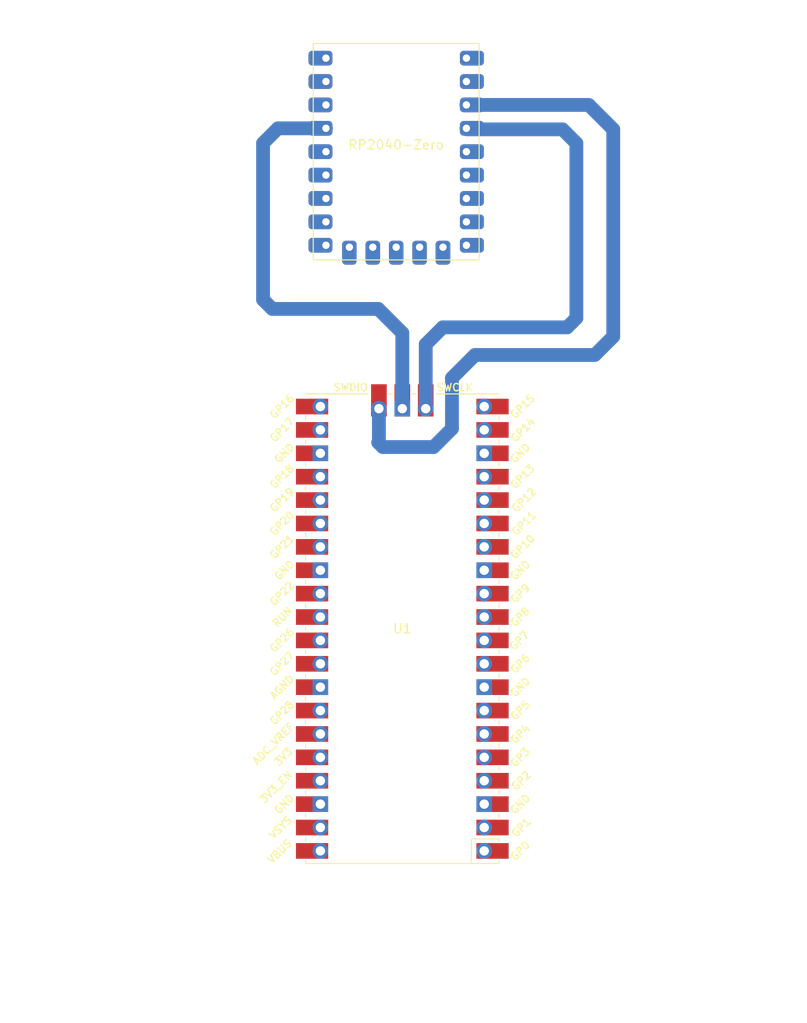
<source format=kicad_pcb>
(kicad_pcb (version 20240108) (generator "pcbnew") (generator_version "8.0")
  (layers (0 "F.Cu" signal) (31 "B.Cu" signal) (34 "B.Paste" user) (35 "F.Paste" user) (36 "B.SilkS" user "B.Silkscreen") (37 "F.SilkS" user "F.Silkscreen") (38 "B.Mask" user) (39 "F.Mask" user) (44 "Edge.Cuts" user))
  (net 0 "")
  (net 24 "/SWDIO")
  (net 83 "/SWCLK")
  (net 91 "GND")
  (footprint "MCU_RaspberryPi_and_Boards:RPi_Pico_SMD_TH" (layer "F.Cu") (at 156.11 137.73 180)
    (property "Reference" "U1" (at 0 0 180) (layer "F.SilkS"))
    (property "Value" "Pico")
    (fp_line (start 10.5 25.5) (end 3.7 25.5) (stroke (width 0.12)) (layer "F.SilkS"))
    (fp_line (start 10.5 22.7) (end 10.5 23.1) (stroke (width 0.12)) (layer "F.SilkS"))
    (fp_line (start 10.5 20.1) (end 10.5 20.5) (stroke (width 0.12)) (layer "F.SilkS"))
    (fp_line (start 10.5 17.6) (end 10.5 18) (stroke (width 0.12)) (layer "F.SilkS"))
    (fp_line (start 10.5 15.1) (end 10.5 15.5) (stroke (width 0.12)) (layer "F.SilkS"))
    (fp_line (start 10.5 12.5) (end 10.5 12.9) (stroke (width 0.12)) (layer "F.SilkS"))
    (fp_line (start 10.5 10) (end 10.5 10.4) (stroke (width 0.12)) (layer "F.SilkS"))
    (fp_line (start 10.5 7.4) (end 10.5 7.8) (stroke (width 0.12)) (layer "F.SilkS"))
    (fp_line (start 10.5 4.9) (end 10.5 5.3) (stroke (width 0.12)) (layer "F.SilkS"))
    (fp_line (start 10.5 2.3) (end 10.5 2.7) (stroke (width 0.12)) (layer "F.SilkS"))
    (fp_line (start 10.5 -0.2) (end 10.5 0.2) (stroke (width 0.12)) (layer "F.SilkS"))
    (fp_line (start 10.5 -2.7) (end 10.5 -2.3) (stroke (width 0.12)) (layer "F.SilkS"))
    (fp_line (start 10.5 -5.3) (end 10.5 -4.9) (stroke (width 0.12)) (layer "F.SilkS"))
    (fp_line (start 10.5 -7.8) (end 10.5 -7.4) (stroke (width 0.12)) (layer "F.SilkS"))
    (fp_line (start 10.5 -10.4) (end 10.5 -10) (stroke (width 0.12)) (layer "F.SilkS"))
    (fp_line (start 10.5 -12.9) (end 10.5 -12.5) (stroke (width 0.12)) (layer "F.SilkS"))
    (fp_line (start 10.5 -15.4) (end 10.5 -15) (stroke (width 0.12)) (layer "F.SilkS"))
    (fp_line (start 10.5 -18) (end 10.5 -17.6) (stroke (width 0.12)) (layer "F.SilkS"))
    (fp_line (start 10.5 -20.5) (end 10.5 -20.1) (stroke (width 0.12)) (layer "F.SilkS"))
    (fp_line (start 10.5 -23.1) (end 10.5 -22.7) (stroke (width 0.12)) (layer "F.SilkS"))
    (fp_line (start 10.5 -25.5) (end 10.5 -25.2) (stroke (width 0.12)) (layer "F.SilkS"))
    (fp_line (start 1.1 25.5) (end 1.5 25.5) (stroke (width 0.12)) (layer "F.SilkS"))
    (fp_line (start -1.5 25.5) (end -1.1 25.5) (stroke (width 0.12)) (layer "F.SilkS"))
    (fp_line (start -3.7 25.5) (end -10.5 25.5) (stroke (width 0.12)) (layer "F.SilkS"))
    (fp_line (start -7.493 -22.833) (end -7.493 -25.5) (stroke (width 0.12)) (layer "F.SilkS"))
    (fp_line (start -10.5 22.7) (end -10.5 23.1) (stroke (width 0.12)) (layer "F.SilkS"))
    (fp_line (start -10.5 20.1) (end -10.5 20.5) (stroke (width 0.12)) (layer "F.SilkS"))
    (fp_line (start -10.5 17.6) (end -10.5 18) (stroke (width 0.12)) (layer "F.SilkS"))
    (fp_line (start -10.5 15.1) (end -10.5 15.5) (stroke (width 0.12)) (layer "F.SilkS"))
    (fp_line (start -10.5 12.5) (end -10.5 12.9) (stroke (width 0.12)) (layer "F.SilkS"))
    (fp_line (start -10.5 10) (end -10.5 10.4) (stroke (width 0.12)) (layer "F.SilkS"))
    (fp_line (start -10.5 7.4) (end -10.5 7.8) (stroke (width 0.12)) (layer "F.SilkS"))
    (fp_line (start -10.5 4.9) (end -10.5 5.3) (stroke (width 0.12)) (layer "F.SilkS"))
    (fp_line (start -10.5 2.3) (end -10.5 2.7) (stroke (width 0.12)) (layer "F.SilkS"))
    (fp_line (start -10.5 -0.2) (end -10.5 0.2) (stroke (width 0.12)) (layer "F.SilkS"))
    (fp_line (start -10.5 -2.7) (end -10.5 -2.3) (stroke (width 0.12)) (layer "F.SilkS"))
    (fp_line (start -10.5 -5.3) (end -10.5 -4.9) (stroke (width 0.12)) (layer "F.SilkS"))
    (fp_line (start -10.5 -7.8) (end -10.5 -7.4) (stroke (width 0.12)) (layer "F.SilkS"))
    (fp_line (start -10.5 -10.4) (end -10.5 -10) (stroke (width 0.12)) (layer "F.SilkS"))
    (fp_line (start -10.5 -12.9) (end -10.5 -12.5) (stroke (width 0.12)) (layer "F.SilkS"))
    (fp_line (start -10.5 -15.4) (end -10.5 -15) (stroke (width 0.12)) (layer "F.SilkS"))
    (fp_line (start -10.5 -18) (end -10.5 -17.6) (stroke (width 0.12)) (layer "F.SilkS"))
    (fp_line (start -10.5 -20.5) (end -10.5 -20.1) (stroke (width 0.12)) (layer "F.SilkS"))
    (fp_line (start -10.5 -22.833) (end -7.493 -22.833) (stroke (width 0.12)) (layer "F.SilkS"))
    (fp_line (start -10.5 -23.1) (end -10.5 -22.7) (stroke (width 0.12)) (layer "F.SilkS"))
    (fp_line (start -10.5 -25.5) (end 10.5 -25.5) (stroke (width 0.12)) (layer "F.SilkS"))
    (fp_line (start -10.5 -25.5) (end -10.5 -25.2) (stroke (width 0.12)) (layer "F.SilkS"))
    (fp_text user "GP15" (at -13.054 24.13 -135) (layer "F.SilkS") (effects (font (size 0.8 0.8))))
    (fp_text user "GND" (at -12.8 -19.05 -135) (layer "F.SilkS") (effects (font (size 0.8 0.8))))
    (fp_text user "GND" (at -12.8 19.05 -135) (layer "F.SilkS") (effects (font (size 0.8 0.8))))
    (fp_text user "3V3_EN" (at 13.7 -17.2 -135) (layer "F.SilkS") (effects (font (size 0.8 0.8))))
    (fp_text user "GND" (at -12.8 6.35 -135) (layer "F.SilkS") (effects (font (size 0.8 0.8))))
    (fp_text user "GND" (at 12.8 6.35 -135) (layer "F.SilkS") (effects (font (size 0.8 0.8))))
    (fp_text user "GND" (at 12.8 -19.05 -135) (layer "F.SilkS") (effects (font (size 0.8 0.8))))
    (fp_text user "GP8" (at -12.8 1.27 -135) (layer "F.SilkS") (effects (font (size 0.8 0.8))))
    (fp_text user "GP6" (at -12.8 -3.81 -135) (layer "F.SilkS") (effects (font (size 0.8 0.8))))
    (fp_text user "GP11" (at -13.2 11.43 -135) (layer "F.SilkS") (effects (font (size 0.8 0.8))))
    (fp_text user "SWDIO" (at 5.6 26.2 180) (layer "F.SilkS") (effects (font (size 0.8 0.8))))
    (fp_text user "VBUS" (at 13.3 -24.2 -135) (layer "F.SilkS") (effects (font (size 0.8 0.8))))
    (fp_text user "GP7" (at -12.7 -1.3 -135) (layer "F.SilkS") (effects (font (size 0.8 0.8))))
    (fp_text user "GP21" (at 13.054 8.9 -135) (layer "F.SilkS") (effects (font (size 0.8 0.8))))
    (fp_text user "GP26" (at 13.054 -1.27 -135) (layer "F.SilkS") (effects (font (size 0.8 0.8))))
    (fp_text user "GP13" (at -13.054 16.51 -135) (layer "F.SilkS") (effects (font (size 0.8 0.8))))
    (fp_text user "ADC_VREF" (at 14 -12.5 -135) (layer "F.SilkS") (effects (font (size 0.8 0.8))))
    (fp_text user "GP16" (at 13.054 24.13 -135) (layer "F.SilkS") (effects (font (size 0.8 0.8))))
    (fp_text user "GP1" (at -12.9 -21.6 -135) (layer "F.SilkS") (effects (font (size 0.8 0.8))))
    (fp_text user "3V3" (at 12.9 -13.9 -135) (layer "F.SilkS") (effects (font (size 0.8 0.8))))
    (fp_text user "RUN" (at 13 1.27 -135) (layer "F.SilkS") (effects (font (size 0.8 0.8))))
    (fp_text user "GP17" (at 13.054 21.59 -135) (layer "F.SilkS") (effects (font (size 0.8 0.8))))
    (fp_text user "GP18" (at 13.054 16.51 -135) (layer "F.SilkS") (effects (font (size 0.8 0.8))))
    (fp_text user "GP10" (at -13.054 8.89 -135) (layer "F.SilkS") (effects (font (size 0.8 0.8))))
    (fp_text user "GP14" (at -13.1 21.59 -135) (layer "F.SilkS") (effects (font (size 0.8 0.8))))
    (fp_text user "AGND" (at 13.054 -6.35 -135) (layer "F.SilkS") (effects (font (size 0.8 0.8))))
    (fp_text user "GP22" (at 13.054 3.81 -135) (layer "F.SilkS") (effects (font (size 0.8 0.8))))
    (fp_text user "GP0" (at -12.8 -24.13 -135) (layer "F.SilkS") (effects (font (size 0.8 0.8))))
    (fp_text user "GP19" (at 13.054 13.97 -135) (layer "F.SilkS") (effects (font (size 0.8 0.8))))
    (fp_text user "SWCLK" (at -5.7 26.2 180) (layer "F.SilkS") (effects (font (size 0.8 0.8))))
    (fp_text user "GP9" (at -12.8 3.81 -135) (layer "F.SilkS") (effects (font (size 0.8 0.8))))
    (fp_text user "GP12" (at -13.2 13.97 -135) (layer "F.SilkS") (effects (font (size 0.8 0.8))))
    (fp_text user "GP4" (at -12.8 -11.43 -135) (layer "F.SilkS") (effects (font (size 0.8 0.8))))
    (fp_text user "GP20" (at 13.054 11.43 -135) (layer "F.SilkS") (effects (font (size 0.8 0.8))))
    (fp_text user "GP3" (at -12.8 -13.97 -135) (layer "F.SilkS") (effects (font (size 0.8 0.8))))
    (fp_text user "GP2" (at -12.9 -16.51 -135) (layer "F.SilkS") (effects (font (size 0.8 0.8))))
    (fp_text user "GND" (at 12.8 19.05 -135) (layer "F.SilkS") (effects (font (size 0.8 0.8))))
    (fp_text user "VSYS" (at 13.2 -21.59 -135) (layer "F.SilkS") (effects (font (size 0.8 0.8))))
    (fp_text user "GND" (at -12.8 -6.35 -135) (layer "F.SilkS") (effects (font (size 0.8 0.8))))
    (fp_text user "GP27" (at 13.054 -3.8 -135) (layer "F.SilkS") (effects (font (size 0.8 0.8))))
    (fp_text user "GP28" (at 13.054 -9.144 -135) (layer "F.SilkS") (effects (font (size 0.8 0.8))))
    (fp_text user "GP5" (at -12.8 -8.89 -135) (layer "F.SilkS") (effects (font (size 0.8 0.8))))
    (pad "" np_thru_hole oval (at -2.725 -24 180) (size 1.8 1.8) (drill 1.8) (layers "*.Cu" "*.Mask"))
    (pad "" np_thru_hole oval (at -2.425 -20.97 180) (size 1.5 1.5) (drill 1.5) (layers "*.Cu" "*.Mask"))
    (pad "" np_thru_hole oval (at 2.425 -20.97 180) (size 1.5 1.5) (drill 1.5) (layers "*.Cu" "*.Mask"))
    (pad "" np_thru_hole oval (at 2.725 -24 180) (size 1.8 1.8) (drill 1.8) (layers "*.Cu" "*.Mask"))
    (pad "1" thru_hole oval (at -8.89 -24.13 180) (size 1.7 1.7) (drill 1.02) (layers "*.Cu" "*.Mask"))
    (pad "1" smd rect (at -8.89 -24.13 180) (size 3.5 1.7) (drill (offset -0.9 0)) (layers "F.Cu" "F.Mask"))
    (pad "2" thru_hole oval (at -8.89 -21.59 180) (size 1.7 1.7) (drill 1.02) (layers "*.Cu" "*.Mask"))
    (pad "2" smd rect (at -8.89 -21.59 180) (size 3.5 1.7) (drill (offset -0.9 0)) (layers "F.Cu" "F.Mask"))
    (pad "3" thru_hole rect (at -8.89 -19.05 180) (size 1.7 1.7) (drill 1.02) (layers "*.Cu" "*.Mask"))
    (pad "3" smd rect (at -8.89 -19.05 180) (size 3.5 1.7) (drill (offset -0.9 0)) (layers "F.Cu" "F.Mask"))
    (pad "4" thru_hole oval (at -8.89 -16.51 180) (size 1.7 1.7) (drill 1.02) (layers "*.Cu" "*.Mask"))
    (pad "4" smd rect (at -8.89 -16.51 180) (size 3.5 1.7) (drill (offset -0.9 0)) (layers "F.Cu" "F.Mask"))
    (pad "5" thru_hole oval (at -8.89 -13.97 180) (size 1.7 1.7) (drill 1.02) (layers "*.Cu" "*.Mask"))
    (pad "5" smd rect (at -8.89 -13.97 180) (size 3.5 1.7) (drill (offset -0.9 0)) (layers "F.Cu" "F.Mask"))
    (pad "6" thru_hole oval (at -8.89 -11.43 180) (size 1.7 1.7) (drill 1.02) (layers "*.Cu" "*.Mask"))
    (pad "6" smd rect (at -8.89 -11.43 180) (size 3.5 1.7) (drill (offset -0.9 0)) (layers "F.Cu" "F.Mask"))
    (pad "7" thru_hole oval (at -8.89 -8.89 180) (size 1.7 1.7) (drill 1.02) (layers "*.Cu" "*.Mask"))
    (pad "7" smd rect (at -8.89 -8.89 180) (size 3.5 1.7) (drill (offset -0.9 0)) (layers "F.Cu" "F.Mask"))
    (pad "8" thru_hole rect (at -8.89 -6.35 180) (size 1.7 1.7) (drill 1.02) (layers "*.Cu" "*.Mask"))
    (pad "8" smd rect (at -8.89 -6.35 180) (size 3.5 1.7) (drill (offset -0.9 0)) (layers "F.Cu" "F.Mask"))
    (pad "9" thru_hole oval (at -8.89 -3.81 180) (size 1.7 1.7) (drill 1.02) (layers "*.Cu" "*.Mask"))
    (pad "9" smd rect (at -8.89 -3.81 180) (size 3.5 1.7) (drill (offset -0.9 0)) (layers "F.Cu" "F.Mask"))
    (pad "10" thru_hole oval (at -8.89 -1.27 180) (size 1.7 1.7) (drill 1.02) (layers "*.Cu" "*.Mask"))
    (pad "10" smd rect (at -8.89 -1.27 180) (size 3.5 1.7) (drill (offset -0.9 0)) (layers "F.Cu" "F.Mask"))
    (pad "11" thru_hole oval (at -8.89 1.27 180) (size 1.7 1.7) (drill 1.02) (layers "*.Cu" "*.Mask"))
    (pad "11" smd rect (at -8.89 1.27 180) (size 3.5 1.7) (drill (offset -0.9 0)) (layers "F.Cu" "F.Mask"))
    (pad "12" thru_hole oval (at -8.89 3.81 180) (size 1.7 1.7) (drill 1.02) (layers "*.Cu" "*.Mask"))
    (pad "12" smd rect (at -8.89 3.81 180) (size 3.5 1.7) (drill (offset -0.9 0)) (layers "F.Cu" "F.Mask"))
    (pad "13" thru_hole rect (at -8.89 6.35 180) (size 1.7 1.7) (drill 1.02) (layers "*.Cu" "*.Mask"))
    (pad "13" smd rect (at -8.89 6.35 180) (size 3.5 1.7) (drill (offset -0.9 0)) (layers "F.Cu" "F.Mask"))
    (pad "14" thru_hole oval (at -8.89 8.89 180) (size 1.7 1.7) (drill 1.02) (layers "*.Cu" "*.Mask"))
    (pad "14" smd rect (at -8.89 8.89 180) (size 3.5 1.7) (drill (offset -0.9 0)) (layers "F.Cu" "F.Mask"))
    (pad "15" thru_hole oval (at -8.89 11.43 180) (size 1.7 1.7) (drill 1.02) (layers "*.Cu" "*.Mask"))
    (pad "15" smd rect (at -8.89 11.43 180) (size 3.5 1.7) (drill (offset -0.9 0)) (layers "F.Cu" "F.Mask"))
    (pad "16" thru_hole oval (at -8.89 13.97 180) (size 1.7 1.7) (drill 1.02) (layers "*.Cu" "*.Mask"))
    (pad "16" smd rect (at -8.89 13.97 180) (size 3.5 1.7) (drill (offset -0.9 0)) (layers "F.Cu" "F.Mask"))
    (pad "17" thru_hole oval (at -8.89 16.51 180) (size 1.7 1.7) (drill 1.02) (layers "*.Cu" "*.Mask"))
    (pad "17" smd rect (at -8.89 16.51 180) (size 3.5 1.7) (drill (offset -0.9 0)) (layers "F.Cu" "F.Mask"))
    (pad "18" thru_hole rect (at -8.89 19.05 180) (size 1.7 1.7) (drill 1.02) (layers "*.Cu" "*.Mask"))
    (pad "18" smd rect (at -8.89 19.05 180) (size 3.5 1.7) (drill (offset -0.9 0)) (layers "F.Cu" "F.Mask"))
    (pad "19" thru_hole oval (at -8.89 21.59 180) (size 1.7 1.7) (drill 1.02) (layers "*.Cu" "*.Mask"))
    (pad "19" smd rect (at -8.89 21.59 180) (size 3.5 1.7) (drill (offset -0.9 0)) (layers "F.Cu" "F.Mask"))
    (pad "20" thru_hole oval (at -8.89 24.13 180) (size 1.7 1.7) (drill 1.02) (layers "*.Cu" "*.Mask"))
    (pad "20" smd rect (at -8.89 24.13 180) (size 3.5 1.7) (drill (offset -0.9 0)) (layers "F.Cu" "F.Mask"))
    (pad "21" thru_hole oval (at 8.89 24.13 180) (size 1.7 1.7) (drill 1.02) (layers "*.Cu" "*.Mask"))
    (pad "21" smd rect (at 8.89 24.13 180) (size 3.5 1.7) (drill (offset 0.9 0)) (layers "F.Cu" "F.Mask"))
    (pad "22" thru_hole oval (at 8.89 21.59 180) (size 1.7 1.7) (drill 1.02) (layers "*.Cu" "*.Mask"))
    (pad "22" smd rect (at 8.89 21.59 180) (size 3.5 1.7) (drill (offset 0.9 0)) (layers "F.Cu" "F.Mask"))
    (pad "23" thru_hole rect (at 8.89 19.05 180) (size 1.7 1.7) (drill 1.02) (layers "*.Cu" "*.Mask"))
    (pad "23" smd rect (at 8.89 19.05 180) (size 3.5 1.7) (drill (offset 0.9 0)) (layers "F.Cu" "F.Mask"))
    (pad "24" thru_hole oval (at 8.89 16.51 180) (size 1.7 1.7) (drill 1.02) (layers "*.Cu" "*.Mask"))
    (pad "24" smd rect (at 8.89 16.51 180) (size 3.5 1.7) (drill (offset 0.9 0)) (layers "F.Cu" "F.Mask"))
    (pad "25" thru_hole oval (at 8.89 13.97 180) (size 1.7 1.7) (drill 1.02) (layers "*.Cu" "*.Mask"))
    (pad "25" smd rect (at 8.89 13.97 180) (size 3.5 1.7) (drill (offset 0.9 0)) (layers "F.Cu" "F.Mask"))
    (pad "26" thru_hole oval (at 8.89 11.43 180) (size 1.7 1.7) (drill 1.02) (layers "*.Cu" "*.Mask"))
    (pad "26" smd rect (at 8.89 11.43 180) (size 3.5 1.7) (drill (offset 0.9 0)) (layers "F.Cu" "F.Mask"))
    (pad "27" thru_hole oval (at 8.89 8.89 180) (size 1.7 1.7) (drill 1.02) (layers "*.Cu" "*.Mask"))
    (pad "27" smd rect (at 8.89 8.89 180) (size 3.5 1.7) (drill (offset 0.9 0)) (layers "F.Cu" "F.Mask"))
    (pad "28" thru_hole rect (at 8.89 6.35 180) (size 1.7 1.7) (drill 1.02) (layers "*.Cu" "*.Mask"))
    (pad "28" smd rect (at 8.89 6.35 180) (size 3.5 1.7) (drill (offset 0.9 0)) (layers "F.Cu" "F.Mask"))
    (pad "29" thru_hole oval (at 8.89 3.81 180) (size 1.7 1.7) (drill 1.02) (layers "*.Cu" "*.Mask"))
    (pad "29" smd rect (at 8.89 3.81 180) (size 3.5 1.7) (drill (offset 0.9 0)) (layers "F.Cu" "F.Mask"))
    (pad "30" thru_hole oval (at 8.89 1.27 180) (size 1.7 1.7) (drill 1.02) (layers "*.Cu" "*.Mask"))
    (pad "30" smd rect (at 8.89 1.27 180) (size 3.5 1.7) (drill (offset 0.9 0)) (layers "F.Cu" "F.Mask"))
    (pad "31" thru_hole oval (at 8.89 -1.27 180) (size 1.7 1.7) (drill 1.02) (layers "*.Cu" "*.Mask"))
    (pad "31" smd rect (at 8.89 -1.27 180) (size 3.5 1.7) (drill (offset 0.9 0)) (layers "F.Cu" "F.Mask"))
    (pad "32" thru_hole oval (at 8.89 -3.81 180) (size 1.7 1.7) (drill 1.02) (layers "*.Cu" "*.Mask"))
    (pad "32" smd rect (at 8.89 -3.81 180) (size 3.5 1.7) (drill (offset 0.9 0)) (layers "F.Cu" "F.Mask"))
    (pad "33" thru_hole rect (at 8.89 -6.35 180) (size 1.7 1.7) (drill 1.02) (layers "*.Cu" "*.Mask"))
    (pad "33" smd rect (at 8.89 -6.35 180) (size 3.5 1.7) (drill (offset 0.9 0)) (layers "F.Cu" "F.Mask"))
    (pad "34" thru_hole oval (at 8.89 -8.89 180) (size 1.7 1.7) (drill 1.02) (layers "*.Cu" "*.Mask"))
    (pad "34" smd rect (at 8.89 -8.89 180) (size 3.5 1.7) (drill (offset 0.9 0)) (layers "F.Cu" "F.Mask"))
    (pad "35" thru_hole oval (at 8.89 -11.43 180) (size 1.7 1.7) (drill 1.02) (layers "*.Cu" "*.Mask"))
    (pad "35" smd rect (at 8.89 -11.43 180) (size 3.5 1.7) (drill (offset 0.9 0)) (layers "F.Cu" "F.Mask"))
    (pad "36" thru_hole oval (at 8.89 -13.97 180) (size 1.7 1.7) (drill 1.02) (layers "*.Cu" "*.Mask"))
    (pad "36" smd rect (at 8.89 -13.97 180) (size 3.5 1.7) (drill (offset 0.9 0)) (layers "F.Cu" "F.Mask"))
    (pad "37" thru_hole oval (at 8.89 -16.51 180) (size 1.7 1.7) (drill 1.02) (layers "*.Cu" "*.Mask"))
    (pad "37" smd rect (at 8.89 -16.51 180) (size 3.5 1.7) (drill (offset 0.9 0)) (layers "F.Cu" "F.Mask"))
    (pad "38" thru_hole rect (at 8.89 -19.05 180) (size 1.7 1.7) (drill 1.02) (layers "*.Cu" "*.Mask"))
    (pad "38" smd rect (at 8.89 -19.05 180) (size 3.5 1.7) (drill (offset 0.9 0)) (layers "F.Cu" "F.Mask"))
    (pad "39" thru_hole oval (at 8.89 -21.59 180) (size 1.7 1.7) (drill 1.02) (layers "*.Cu" "*.Mask"))
    (pad "39" smd rect (at 8.89 -21.59 180) (size 3.5 1.7) (drill (offset 0.9 0)) (layers "F.Cu" "F.Mask"))
    (pad "40" thru_hole oval (at 8.89 -24.13 180) (size 1.7 1.7) (drill 1.02) (layers "*.Cu" "*.Mask"))
    (pad "40" smd rect (at 8.89 -24.13 180) (size 3.5 1.7) (drill (offset 0.9 0)) (layers "F.Cu" "F.Mask"))
    (pad "41" thru_hole oval (at -2.54 23.9 180) (size 1.7 1.7) (drill 1.02) (layers "*.Cu" "*.Mask") (net 83 "/SWCLK"))
    (pad "41" smd rect (at -2.54 23.9 270) (size 3.5 1.7) (drill (offset -0.9 0)) (layers "F.Cu" "F.Mask") (net 83 "/SWCLK"))
    (pad "42" thru_hole rect (at 0 23.9 180) (size 1.7 1.7) (drill 1.02) (layers "*.Cu" "*.Mask") (net 91 "GND"))
    (pad "42" smd rect (at 0 23.9 270) (size 3.5 1.7) (drill (offset -0.9 0)) (layers "F.Cu" "F.Mask") (net 91 "GND"))
    (pad "43" thru_hole oval (at 2.54 23.9 180) (size 1.7 1.7) (drill 1.02) (layers "*.Cu" "*.Mask") (net 24 "/SWDIO"))
    (pad "43" smd rect (at 2.54 23.9 270) (size 3.5 1.7) (drill (offset -0.9 0)) (layers "F.Cu" "F.Mask") (net 24 "/SWDIO"))
  )
  (footprint "Footprint:RP2040-Zero" (layer "F.Cu") (at 145.285 98.625)
    (property "Reference" "RZ1")
    (property "Value" "RP2040-Zero" (at 10.16 -13.45 0) (layer "F.SilkS"))
    (fp_line (start 1.16 -24.45) (end 1.16 -0.95) (stroke (width 0.12)) (layer "F.SilkS"))
    (fp_line (start 1.16 -0.95) (end 19.16 -0.95) (stroke (width 0.12)) (layer "F.SilkS"))
    (fp_line (start 19.16 -24.45) (end 1.16 -24.45) (stroke (width 0.12)) (layer "F.SilkS"))
    (fp_line (start 19.16 -0.95) (end 19.16 -24.45) (stroke (width 0.12)) (layer "F.SilkS"))
    (pad "1" thru_hole roundrect (at 17.78 -22.86) (size 2.6 1.6) (drill 0.8 (offset 0.6 0)) (layers "*.Cu" "*.Mask"))
    (pad "2" thru_hole roundrect (at 17.78 -20.32) (size 2.6 1.6) (drill 0.8 (offset 0.6 0)) (layers "*.Cu" "*.Mask"))
    (pad "3" thru_hole roundrect (at 17.78 -17.78) (size 2.6 1.6) (drill 0.8 (offset 0.6 0)) (layers "*.Cu" "*.Mask") (net 24 "/SWDIO"))
    (pad "4" thru_hole roundrect (at 17.78 -15.24) (size 2.6 1.6) (drill 0.8 (offset 0.6 0)) (layers "*.Cu" "*.Mask") (net 83 "/SWCLK"))
    (pad "5" thru_hole roundrect (at 17.78 -12.7) (size 2.6 1.6) (drill 0.8 (offset 0.6 0)) (layers "*.Cu" "*.Mask"))
    (pad "6" thru_hole roundrect (at 17.78 -10.16) (size 2.6 1.6002) (drill 0.8 (offset 0.6 0)) (layers "*.Cu" "*.Mask"))
    (pad "7" thru_hole roundrect (at 17.78 -7.62) (size 2.6 1.6002) (drill 0.8 (offset 0.6 0)) (layers "*.Cu" "*.Mask"))
    (pad "8" thru_hole roundrect (at 17.78 -5.08) (size 2.6 1.6002) (drill 0.8 (offset 0.6 0)) (layers "*.Cu" "*.Mask"))
    (pad "9" thru_hole roundrect (at 17.78 -2.54) (size 2.6 1.6002) (drill 0.8 (offset 0.6 0)) (layers "*.Cu" "*.Mask"))
    (pad "10" thru_hole roundrect (at 15.24 -2.33) (size 1.6 2.6) (drill 0.8 (offset 0 0.6)) (layers "*.Cu" "*.Mask"))
    (pad "11" thru_hole roundrect (at 12.7 -2.33) (size 1.5748 2.6) (drill 0.8 (offset 0 0.6)) (layers "*.Cu" "*.Mask"))
    (pad "12" thru_hole roundrect (at 10.16 -2.33) (size 1.5748 2.6) (drill 0.8 (offset 0 0.6)) (layers "*.Cu" "*.Mask"))
    (pad "13" thru_hole roundrect (at 7.62 -2.33) (size 1.5748 2.6) (drill 0.8 (offset 0 0.6)) (layers "*.Cu" "*.Mask"))
    (pad "14" thru_hole roundrect (at 5.08 -2.33) (size 1.5748 2.6) (drill 0.8 (offset 0 0.6)) (layers "*.Cu" "*.Mask"))
    (pad "15" thru_hole roundrect (at 2.54 -2.54) (size 2.6 1.6002) (drill 0.8 (offset -0.6 0)) (layers "*.Cu" "*.Mask"))
    (pad "16" thru_hole roundrect (at 2.54 -5.08) (size 2.6 1.6002) (drill 0.8 (offset -0.6 0)) (layers "*.Cu" "*.Mask"))
    (pad "17" thru_hole roundrect (at 2.54 -7.62) (size 2.6 1.6002) (drill 0.8 (offset -0.6 0)) (layers "*.Cu" "*.Mask"))
    (pad "18" thru_hole roundrect (at 2.54 -10.16) (size 2.6 1.6002) (drill 0.8 (offset -0.6 0)) (layers "*.Cu" "*.Mask"))
    (pad "19" thru_hole roundrect (at 2.54 -22.86) (size 2.6 1.6002) (drill 0.8 (offset -0.6 0)) (layers "*.Cu" "*.Mask"))
    (pad "20" thru_hole roundrect (at 2.54 -20.32) (size 2.6 1.6002) (drill 0.8 (offset -0.6 0)) (layers "*.Cu" "*.Mask"))
    (pad "21" thru_hole roundrect (at 2.54 -17.78) (size 2.6 1.6002) (drill 0.8 (offset -0.6 0)) (layers "*.Cu" "*.Mask"))
    (pad "22" thru_hole roundrect (at 2.54 -12.7) (size 2.6 1.6002) (drill 0.8 (offset -0.6 0)) (layers "*.Cu" "*.Mask"))
    (pad "23" thru_hole roundrect (at 2.54 -15.24) (size 2.6 1.6002) (drill 0.8 (offset -0.6 0)) (layers "*.Cu" "*.Mask") (net 91 "GND"))
  )
  (segment (start 179 106) (end 177 108) (width 1.5) (layer "B.Cu") (net 24))
  (segment (start 159.5 118) (end 154 118) (width 1.5) (layer "B.Cu") (net 24))
  (segment (start 177 108) (end 164 108) (width 1.5) (layer "B.Cu") (net 24))
  (segment (start 164 108) (end 161.5 110.5) (width 1.5) (layer "B.Cu") (net 24))
  (segment (start 179 83.5) (end 179 106) (width 1.5) (layer "B.Cu") (net 24))
  (segment (start 153.5 117.5) (end 153.57 117.43) (width 1.5) (layer "B.Cu") (net 24))
  (segment (start 163.065 80.845) (end 176.345 80.845) (width 1.5) (layer "B.Cu") (net 24))
  (segment (start 153.57 117.43) (end 153.57 113.83) (width 1.5) (layer "B.Cu") (net 24))
  (segment (start 176.345 80.845) (end 179 83.5) (width 1.5) (layer "B.Cu") (net 24))
  (segment (start 154 118) (end 153.5 117.5) (width 1.5) (layer "B.Cu") (net 24))
  (segment (start 161.5 116) (end 159.5 118) (width 1.5) (layer "B.Cu") (net 24))
  (segment (start 161.5 110.5) (end 161.5 116) (width 1.5) (layer "B.Cu") (net 24))
  (segment (start 175 104) (end 175 85) (width 1.5) (layer "B.Cu") (net 83))
  (segment (start 173.5 83.5) (end 163.18 83.5) (width 1.5) (layer "B.Cu") (net 83))
  (segment (start 158.65 106.85) (end 160.5 105) (width 1.5) (layer "B.Cu") (net 83))
  (segment (start 158.65 113.83) (end 158.65 106.85) (width 1.5) (layer "B.Cu") (net 83))
  (segment (start 174 105) (end 175 104) (width 1.5) (layer "B.Cu") (net 83))
  (segment (start 160.5 105) (end 174 105) (width 1.5) (layer "B.Cu") (net 83))
  (segment (start 175 85) (end 173.5 83.5) (width 1.5) (layer "B.Cu") (net 83))
  (segment (start 163.18 83.5) (end 163.065 83.385) (width 1.5) (layer "B.Cu") (net 83))
  (segment (start 142 103) (end 153.5 103) (width 1.5) (layer "B.Cu") (net 91))
  (segment (start 142.615 83.385) (end 141 85) (width 1.5) (layer "B.Cu") (net 91))
  (segment (start 156.11 105.61) (end 156.11 113.83) (width 1.5) (layer "B.Cu") (net 91))
  (segment (start 141 102) (end 142 103) (width 1.5) (layer "B.Cu") (net 91))
  (segment (start 141 85) (end 141 102) (width 1.5) (layer "B.Cu") (net 91))
  (segment (start 153.5 103) (end 156.11 105.61) (width 1.5) (layer "B.Cu") (net 91))
  (segment (start 147.825 83.385) (end 142.615 83.385) (width 1.5) (layer "B.Cu") (net 91))
)
</source>
